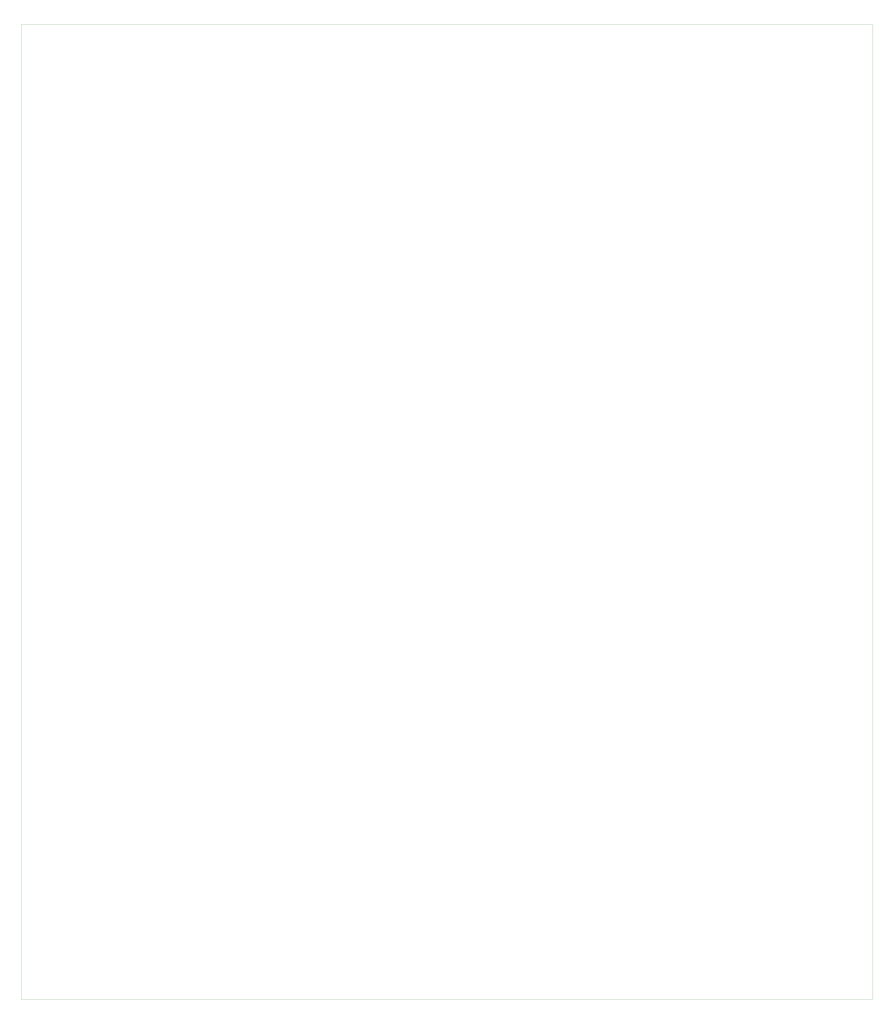
<source format=gbr>
G04 #@! TF.GenerationSoftware,KiCad,Pcbnew,(5.1.5)-3*
G04 #@! TF.CreationDate,2020-11-02T16:30:31-03:00*
G04 #@! TF.ProjectId,panel,70616e65-6c2e-46b6-9963-61645f706362,0.1*
G04 #@! TF.SameCoordinates,Original*
G04 #@! TF.FileFunction,Profile,NP*
%FSLAX46Y46*%
G04 Gerber Fmt 4.6, Leading zero omitted, Abs format (unit mm)*
G04 Created by KiCad (PCBNEW (5.1.5)-3) date 2020-11-02 16:30:31*
%MOMM*%
%LPD*%
G04 APERTURE LIST*
%ADD10C,0.100000*%
G04 APERTURE END LIST*
D10*
X-401000000Y13000000D02*
X-401000000Y-431000000D01*
X-13000000Y13000000D02*
X-401000000Y13000000D01*
X-13000000Y-431000000D02*
X-13000000Y13000000D01*
X-401000000Y-431000000D02*
X-13000000Y-431000000D01*
M02*

</source>
